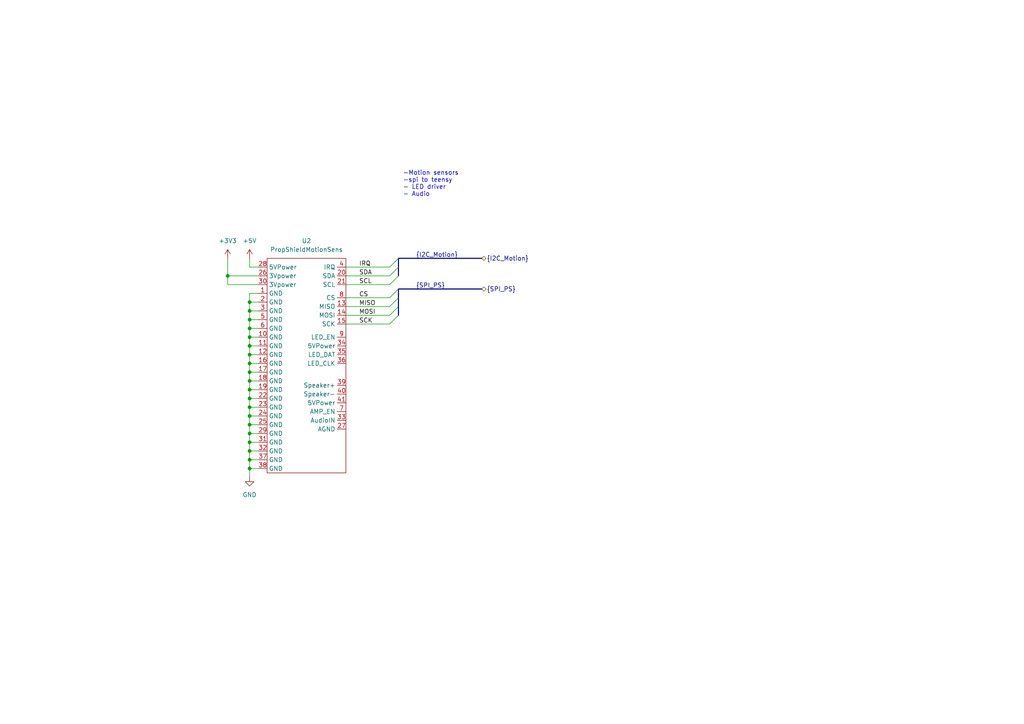
<source format=kicad_sch>
(kicad_sch (version 20211123) (generator eeschema)
  (paper "A4")
  (lib_symbols
    (symbol "PropShieldMotionSens_1" (in_bom no)
      (property "Reference" "U" (at 1.27 3.81 0))
      (property "Value" "PropShieldMotionSens_1" (at 10.16 -60.96 0))
      (symbol "PropShieldMotionSens_1_0_1"
        (rectangle (start 0 2.54) (end 22.86 -59.69))
      )
      (symbol "PropShieldMotionSens_1_1_1"
        (pin power_in line (at 25.4 -7.62 180) (length 2.54) (name "GND") (number "1"))
        (pin power_in line (at 25.4 -20.32 180) (length 2.54) (name "GND") (number "10"))
        (pin power_in line (at 25.4 -22.86 180) (length 2.54) (name "GND") (number "11"))
        (pin power_in line (at 25.4 -25.4 180) (length 2.54) (name "GND") (number "12"))
        (pin passive line (at 0 -11.43 0) (length 2.54) (name "MISO") (number "13"))
        (pin passive line (at 0 -13.97 0) (length 2.54) (name "MOSI") (number "14"))
        (pin passive line (at 0 -16.51 0) (length 2.54) (name "SCK") (number "15"))
        (pin power_in line (at 25.4 -27.94 180) (length 2.54) (name "GND") (number "16"))
        (pin power_in line (at 25.4 -30.48 180) (length 2.54) (name "GND") (number "17"))
        (pin power_in line (at 25.4 -33.02 180) (length 2.54) (name "GND") (number "18"))
        (pin power_in line (at 25.4 -35.56 180) (length 2.54) (name "GND") (number "19"))
        (pin power_in line (at 25.4 -10.16 180) (length 2.54) (name "GND") (number "2"))
        (pin bidirectional line (at 0 -2.54 0) (length 2.54) (name "SDA") (number "20"))
        (pin input line (at 0 -5.08 0) (length 2.54) (name "SCL") (number "21"))
        (pin power_in line (at 25.4 -38.1 180) (length 2.54) (name "GND") (number "22"))
        (pin power_in line (at 25.4 -40.64 180) (length 2.54) (name "GND") (number "23"))
        (pin power_in line (at 25.4 -43.18 180) (length 2.54) (name "GND") (number "24"))
        (pin power_in line (at 25.4 -45.72 180) (length 2.54) (name "GND") (number "25"))
        (pin power_in line (at 25.4 -2.54 180) (length 2.54) (name "3Vpower") (number "26"))
        (pin power_in line (at 0 -46.99 0) (length 2.54) (name "AGND") (number "27"))
        (pin power_in line (at 25.4 0 180) (length 2.54) (name "5VPower") (number "28"))
        (pin power_in line (at 25.4 -48.26 180) (length 2.54) (name "GND") (number "29"))
        (pin power_in line (at 25.4 -12.7 180) (length 2.54) (name "GND") (number "3"))
        (pin power_in line (at 25.4 -5.08 180) (length 2.54) (name "3Vpower") (number "30"))
        (pin power_in line (at 25.4 -50.8 180) (length 2.54) (name "GND") (number "31"))
        (pin power_in line (at 25.4 -53.34 180) (length 2.54) (name "GND") (number "32"))
        (pin power_in line (at 0 -44.45 0) (length 2.54) (name "AudioIN") (number "33"))
        (pin power_in line (at 0 -22.86 0) (length 2.54) (name "5VPower") (number "34"))
        (pin passive line (at 0 -25.4 0) (length 2.54) (name "LED_DAT") (number "35"))
        (pin passive line (at 0 -27.94 0) (length 2.54) (name "LED_CLK") (number "36"))
        (pin power_in line (at 25.4 -55.88 180) (length 2.54) (name "GND") (number "37"))
        (pin power_in line (at 25.4 -58.42 180) (length 2.54) (name "GND") (number "38"))
        (pin passive line (at 0 -34.29 0) (length 2.54) (name "Speaker+") (number "39"))
        (pin output line (at 0 0 0) (length 2.54) (name "IRQ") (number "4"))
        (pin passive line (at 0 -36.83 0) (length 2.54) (name "Speaker-") (number "40"))
        (pin power_in line (at 0 -39.37 0) (length 2.54) (name "5VPower") (number "41"))
        (pin power_in line (at 25.4 -15.24 180) (length 2.54) (name "GND") (number "5"))
        (pin power_in line (at 25.4 -17.78 180) (length 2.54) (name "GND") (number "6"))
        (pin passive line (at 0 -41.91 0) (length 2.54) (name "AMP_EN") (number "7"))
        (pin passive line (at 0 -8.89 0) (length 2.54) (name "CS") (number "8"))
        (pin passive line (at 0 -20.32 0) (length 2.54) (name "LED_EN") (number "9"))
      )
    )
    (symbol "power:+3V3" (power) (pin_names (offset 0))
      (property "Value" "+3V3" (at 0 3.556 0))
      (symbol "+3V3_0_1"
        (polyline (pts (xy -0.762 1.27) (xy 0 2.54)))
        (polyline (pts (xy 0 0) (xy 0 2.54)))
        (polyline (pts (xy 0 2.54) (xy 0.762 1.27)))
      )
      (symbol "+3V3_1_1"
        (pin power_in line (at 0 0 90) (length 0) hide (name "+3V3") (number "1"))
      )
    )
    (symbol "power:+5V" (power) (pin_names (offset 0))
      (property "Value" "+5V" (at 0 3.556 0))
      (symbol "+5V_0_1"
        (polyline (pts (xy -0.762 1.27) (xy 0 2.54)))
        (polyline (pts (xy 0 0) (xy 0 2.54)))
        (polyline (pts (xy 0 2.54) (xy 0.762 1.27)))
      )
      (symbol "+5V_1_1"
        (pin power_in line (at 0 0 90) (length 0) hide (name "+5V") (number "1"))
      )
    )
    (symbol "power:GND" (power) (pin_names (offset 0))
      (property "Value" "GND" (at 0 -3.81 0))
      (symbol "GND_0_1"
        (polyline (pts (xy 0 0) (xy 0 -1.27) (xy 1.27 -1.27) (xy 0 -2.54) (xy -1.27 -1.27) (xy 0 -1.27)))
      )
      (symbol "GND_1_1"
        (pin power_in line (at 0 0 270) (length 0) hide (name "GND") (number "1"))
      )
    )
  )
  (bus_alias "I2C_Motion" (members "SDA" "SCL" "IRQ"))
  (bus_alias "SPI_PS" (members "CS" "MISO" "MOSI" "SCK"))
  (junction (at 72.39 95.25))
  (junction (at 72.39 125.73))
  (junction (at 72.39 115.57))
  (junction (at 72.39 135.89))
  (junction (at 72.39 97.79))
  (junction (at 72.39 90.17))
  (junction (at 72.39 87.63))
  (junction (at 72.39 130.81))
  (junction (at 72.39 133.35))
  (junction (at 72.39 107.95))
  (junction (at 72.39 102.87))
  (junction (at 72.39 100.33))
  (junction (at 72.39 123.19))
  (junction (at 72.39 92.71))
  (junction (at 66.04 80.01))
  (junction (at 72.39 128.27))
  (junction (at 72.39 120.65))
  (junction (at 72.39 113.03))
  (junction (at 72.39 118.11))
  (junction (at 72.39 105.41))
  (junction (at 72.39 110.49))
  (bus_entry (at 113.03 91.44) (size 2.54 -2.54))
  (bus_entry (at 113.03 93.98) (size 2.54 -2.54))
  (bus_entry (at 113.03 86.36) (size 2.54 -2.54))
  (bus_entry (at 113.03 88.9) (size 2.54 -2.54))
  (bus_entry (at 113.03 82.55) (size 2.54 -2.54))
  (bus_entry (at 113.03 80.01) (size 2.54 -2.54))
  (bus_entry (at 113.03 77.47) (size 2.54 -2.54))
  (wire (pts (xy 100.33 91.44) (xy 113.03 91.44)))
  (wire (pts (xy 74.93 110.49) (xy 72.39 110.49)))
  (wire (pts (xy 100.33 80.01) (xy 113.03 80.01)))
  (wire (pts (xy 72.39 105.41) (xy 72.39 107.95)))
  (wire (pts (xy 72.39 120.65) (xy 72.39 123.19)))
  (wire (pts (xy 72.39 113.03) (xy 72.39 115.57)))
  (wire (pts (xy 72.39 107.95) (xy 74.93 107.95)))
  (wire (pts (xy 72.39 133.35) (xy 72.39 135.89)))
  (bus (pts (xy 115.57 83.82) (xy 115.57 86.36)))
  (wire (pts (xy 72.39 130.81) (xy 72.39 133.35)))
  (wire (pts (xy 72.39 128.27) (xy 74.93 128.27)))
  (wire (pts (xy 100.33 93.98) (xy 113.03 93.98)))
  (wire (pts (xy 72.39 87.63) (xy 74.93 87.63)))
  (wire (pts (xy 72.39 92.71) (xy 72.39 95.25)))
  (wire (pts (xy 72.39 125.73) (xy 74.93 125.73)))
  (wire (pts (xy 72.39 123.19) (xy 72.39 125.73)))
  (wire (pts (xy 72.39 95.25) (xy 72.39 97.79)))
  (bus (pts (xy 115.57 74.93) (xy 139.7 74.93)))
  (bus (pts (xy 115.57 77.47) (xy 115.57 80.01)))
  (wire (pts (xy 74.93 100.33) (xy 72.39 100.33)))
  (wire (pts (xy 74.93 90.17) (xy 72.39 90.17)))
  (wire (pts (xy 66.04 80.01) (xy 66.04 82.55)))
  (wire (pts (xy 72.39 118.11) (xy 72.39 120.65)))
  (wire (pts (xy 72.39 102.87) (xy 72.39 105.41)))
  (wire (pts (xy 72.39 128.27) (xy 72.39 130.81)))
  (wire (pts (xy 72.39 135.89) (xy 74.93 135.89)))
  (wire (pts (xy 74.93 85.09) (xy 72.39 85.09)))
  (bus (pts (xy 115.57 88.9) (xy 115.57 91.44)))
  (wire (pts (xy 100.33 82.55) (xy 113.03 82.55)))
  (wire (pts (xy 74.93 120.65) (xy 72.39 120.65)))
  (wire (pts (xy 100.33 88.9) (xy 113.03 88.9)))
  (wire (pts (xy 72.39 110.49) (xy 72.39 113.03)))
  (wire (pts (xy 72.39 97.79) (xy 74.93 97.79)))
  (wire (pts (xy 72.39 113.03) (xy 74.93 113.03)))
  (wire (pts (xy 72.39 115.57) (xy 72.39 118.11)))
  (wire (pts (xy 72.39 118.11) (xy 74.93 118.11)))
  (wire (pts (xy 72.39 107.95) (xy 72.39 110.49)))
  (wire (pts (xy 72.39 95.25) (xy 74.93 95.25)))
  (bus (pts (xy 115.57 86.36) (xy 115.57 88.9)))
  (wire (pts (xy 72.39 115.57) (xy 74.93 115.57)))
  (wire (pts (xy 66.04 80.01) (xy 74.93 80.01)))
  (wire (pts (xy 74.93 77.47) (xy 72.39 77.47)))
  (wire (pts (xy 74.93 130.81) (xy 72.39 130.81)))
  (wire (pts (xy 72.39 105.41) (xy 74.93 105.41)))
  (wire (pts (xy 66.04 82.55) (xy 74.93 82.55)))
  (wire (pts (xy 72.39 123.19) (xy 74.93 123.19)))
  (wire (pts (xy 72.39 133.35) (xy 74.93 133.35)))
  (wire (pts (xy 72.39 125.73) (xy 72.39 128.27)))
  (wire (pts (xy 72.39 100.33) (xy 72.39 102.87)))
  (wire (pts (xy 72.39 87.63) (xy 72.39 90.17)))
  (wire (pts (xy 72.39 102.87) (xy 74.93 102.87)))
  (wire (pts (xy 72.39 92.71) (xy 74.93 92.71)))
  (wire (pts (xy 66.04 74.93) (xy 66.04 80.01)))
  (wire (pts (xy 100.33 86.36) (xy 113.03 86.36)))
  (wire (pts (xy 72.39 90.17) (xy 72.39 92.71)))
  (bus (pts (xy 115.57 83.82) (xy 139.7 83.82)))
  (wire (pts (xy 100.33 77.47) (xy 113.03 77.47)))
  (bus (pts (xy 115.57 74.93) (xy 115.57 77.47)))
  (wire (pts (xy 72.39 74.93) (xy 72.39 77.47)))
  (wire (pts (xy 72.39 85.09) (xy 72.39 87.63)))
  (wire (pts (xy 72.39 135.89) (xy 72.39 138.43)))
  (wire (pts (xy 72.39 97.79) (xy 72.39 100.33)))
  (text "-Motion sensors\n-spi to teensy\n- LED driver\n- Audio " (at 116.84 57.15 0) (effects (font (size 1.27 1.27)) (justify left bottom)))
  (label "{I2C_Motion}" (at 120.65 74.93 0))
  (label "SDA" (at 104.14 80.01 0))
  (label "MISO" (at 104.14 88.9 0))
  (label "{SPI_PS}" (at 120.65 83.82 0))
  (label "IRQ" (at 104.14 77.47 0))
  (label "CS" (at 104.14 86.36 0))
  (label "SCL" (at 104.14 82.55 0))
  (label "MOSI" (at 104.14 91.44 0))
  (label "SCK" (at 104.14 93.98 0))
  (hierarchical_label "{SPI_PS}" (shape bidirectional) (at 139.7 83.82 0))
  (hierarchical_label "{I2C_Motion}" (shape bidirectional) (at 139.7 74.93 0))
  (symbol (lib_name "PropShieldMotionSens_1") (lib_id "IceWheelLib:PropShieldMotionSens") (at 100.33 77.47 0) (mirror y) (unit 1) (in_bom no)
    (property "Reference" "U2" (at 88.9 69.85 0))
    (property "Value" "PropShieldMotionSens" (at 88.9 72.39 0))
    (property "Footprint" "teensy:Prop Shield Motion Sens" (effects hide))
  )
  (symbol (lib_id "power:+5V") (at 72.39 74.93 0) (unit 1)
    (property "Reference" "#PWR0103" (effects hide))
    (property "Value" "+5V" (at 72.39 69.85 0))
  )
  (symbol (lib_id "power:+3V3") (at 66.04 74.93 0) (unit 1)
    (property "Reference" "#PWR0102" (effects hide))
    (property "Value" "+3V3" (at 66.04 69.85 0))
  )
  (symbol (lib_id "power:GND") (at 72.39 138.43 0) (unit 1)
    (property "Reference" "#PWR0101" (effects hide))
    (property "Value" "GND" (at 72.39 143.51 0))
  )
)
</source>
